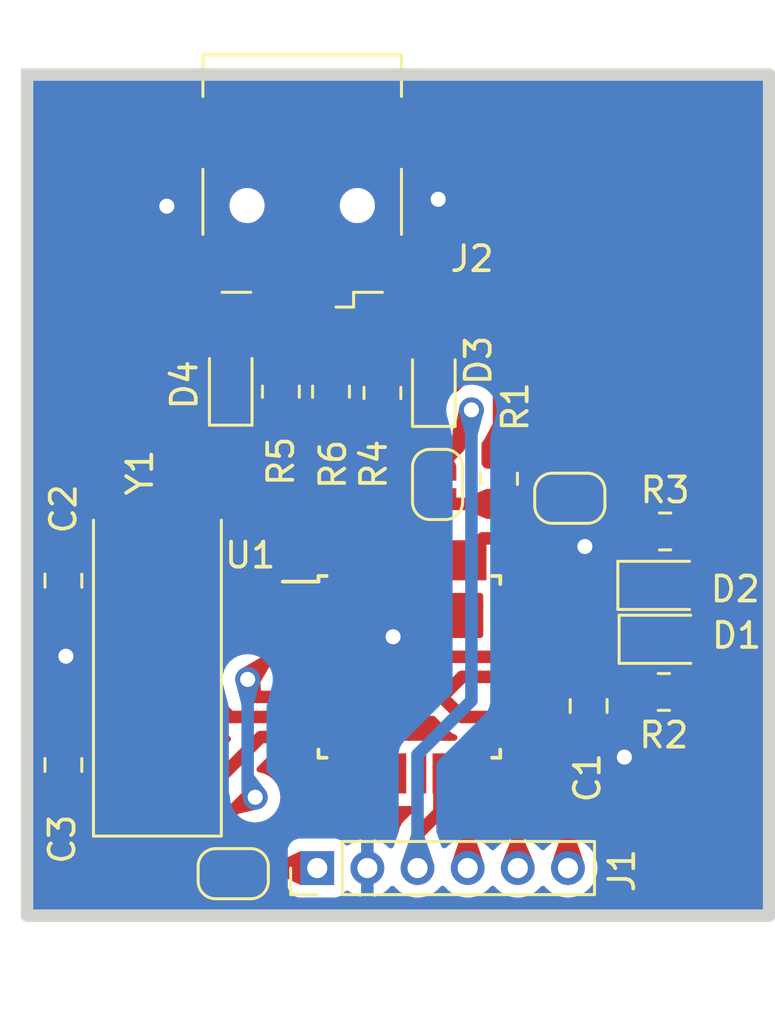
<source format=kicad_pcb>
(kicad_pcb (version 20221018) (generator pcbnew)
  (title_block (title "USBAsp") (date "2023-10-19") (rev "v0") (company "Achmadi ST MT"))
  (layers (0 "F.Cu" signal) (31 "B.Cu" signal) (34 "B.Paste" user) (35 "F.Paste" user) (36 "B.SilkS" user "B.Silkscreen") (37 "F.SilkS" user "F.Silkscreen") (38 "B.Mask" user) (39 "F.Mask" user) (44 "Edge.Cuts" user))
  (net 0 "")
  (net 1 "GND")
  (net 2 "VCC")
  (net 3 "Net-(U1-PB6{slash}XTAL1)")
  (net 4 "Net-(U1-PB7{slash}XTAL2)")
  (net 5 "Net-(D1-K)")
  (net 6 "Net-(D1-A)")
  (net 7 "Net-(D2-K)")
  (net 8 "Net-(D2-A)")
  (net 9 "D-")
  (net 10 "D+")
  (net 11 "+5V")
  (net 12 "RST")
  (net 13 "MOSI")
  (net 14 "MISO")
  (net 15 "SCK")
  (net 16 "Net-(J2-D-)")
  (net 17 "Net-(J2-D+)")
  (net 19 "Net-(JP1-B)")
  (net 20 "Net-(JP2-A)")
  (footprint "Resistor_SMD:R_0805_2012Metric_Pad1.20x1.40mm_HandSolder" (layer "F.Cu") (at 105.5 61.475 -90)
    (fp_text reference "R1" (at -2.875 -0.65 90) (layer "F.SilkS"))
    (fp_text value "10K")
    (fp_line (start -0.227064 -0.735) (end 0.227064 -0.735) (stroke (width 0.12)) (layer "F.SilkS"))
    (fp_line (start -0.227064 0.735) (end 0.227064 0.735) (stroke (width 0.12)) (layer "F.SilkS"))
    (pad "1" smd roundrect (at -1 0 270) (size 1.2 1.4) (layers "F.Cu" "F.Paste" "F.Mask") (roundrect_rratio 0.208333) (net 2 "VCC"))
    (pad "2" smd roundrect (at 1 0 270) (size 1.2 1.4) (layers "F.Cu" "F.Paste" "F.Mask") (roundrect_rratio 0.208333) (net 19 "Net-(JP1-B)"))
  )
  (footprint "Connector_PinHeader_2.00mm:PinHeader_1x06_P2.00mm_Vertical" (layer "F.Cu") (at 98.25 77 90)
    (fp_text reference "J1" (at -0.1 12.15 90) (layer "F.SilkS"))
    (fp_text value "Conn_01x06_Pin")
    (fp_line (start -1.06 -1.06) (end 0 -1.06) (stroke (width 0.12)) (layer "F.SilkS"))
    (fp_line (start -1.06 0) (end -1.06 -1.06) (stroke (width 0.12)) (layer "F.SilkS"))
    (fp_line (start -1.06 1) (end -1.06 11.06) (stroke (width 0.12)) (layer "F.SilkS"))
    (fp_line (start -1.06 1) (end 1.06 1) (stroke (width 0.12)) (layer "F.SilkS"))
    (fp_line (start -1.06 11.06) (end 1.06 11.06) (stroke (width 0.12)) (layer "F.SilkS"))
    (fp_line (start 1.06 1) (end 1.06 11.06) (stroke (width 0.12)) (layer "F.SilkS"))
    (pad "1" thru_hole rect (at 0 0 90) (size 1.35 1.35) (drill 0.8) (layers "*.Cu" "*.Mask") (net 11 "+5V"))
    (pad "2" thru_hole oval (at 0 2 90) (size 1.35 1.35) (drill 0.8) (layers "*.Cu" "*.Mask") (net 1 "GND"))
    (pad "3" thru_hole oval (at 0 4 90) (size 1.35 1.35) (drill 0.8) (layers "*.Cu" "*.Mask") (net 12 "RST"))
    (pad "4" thru_hole oval (at 0 6 90) (size 1.35 1.35) (drill 0.8) (layers "*.Cu" "*.Mask") (net 13 "MOSI"))
    (pad "5" thru_hole oval (at 0 8 90) (size 1.35 1.35) (drill 0.8) (layers "*.Cu" "*.Mask") (net 14 "MISO"))
    (pad "6" thru_hole oval (at 0 10 90) (size 1.35 1.35) (drill 0.8) (layers "*.Cu" "*.Mask") (net 15 "SCK"))
  )
  (footprint "LED_SMD:LED_0805_2012Metric_Pad1.15x1.40mm_HandSolder" (layer "F.Cu") (at 112.15 67.875)
    (fp_text reference "D1" (at 2.825 -0.15) (layer "F.SilkS"))
    (fp_text value "LED")
    (fp_line (start -1.86 -0.96) (end -1.86 0.96) (stroke (width 0.12)) (layer "F.SilkS"))
    (fp_line (start -1.86 0.96) (end 1 0.96) (stroke (width 0.12)) (layer "F.SilkS"))
    (fp_line (start 1 -0.96) (end -1.86 -0.96) (stroke (width 0.12)) (layer "F.SilkS"))
    (pad "1" smd roundrect (at -1.025 0) (size 1.15 1.4) (layers "F.Cu" "F.Paste" "F.Mask") (roundrect_rratio 0.217391) (net 5 "Net-(D1-K)"))
    (pad "2" smd roundrect (at 1.025 0) (size 1.15 1.4) (layers "F.Cu" "F.Paste" "F.Mask") (roundrect_rratio 0.217391) (net 6 "Net-(D1-A)"))
  )
  (footprint "Jumper:SolderJumper-2_P1.3mm_Open_RoundedPad1.0x1.5mm" (layer "F.Cu") (at 103.05 61.7 -90)
    (fp_text reference "JP1" hide)
    (fp_text value "Jumper_2_Open")
    (fp_line (start -1.4 0.3) (end -1.4 -0.3) (stroke (width 0.12)) (layer "F.SilkS"))
    (fp_line (start -0.7 -1) (end 0.7 -1) (stroke (width 0.12)) (layer "F.SilkS"))
    (fp_line (start 0.7 1) (end -0.7 1) (stroke (width 0.12)) (layer "F.SilkS"))
    (fp_line (start 1.4 -0.3) (end 1.4 0.3) (stroke (width 0.12)) (layer "F.SilkS"))
    (fp_arc (start -1.4 -0.3) (mid -1.194975 -0.794975) (end -0.7 -1) (stroke (width 0.12)) (layer "F.SilkS"))
    (fp_arc (start -0.7 1) (mid -1.194975 0.794975) (end -1.4 0.3) (stroke (width 0.12)) (layer "F.SilkS"))
    (fp_arc (start 0.7 -1) (mid 1.194975 -0.794975) (end 1.4 -0.3) (stroke (width 0.12)) (layer "F.SilkS"))
    (fp_arc (start 1.4 0.3) (mid 1.194975 0.794975) (end 0.7 1) (stroke (width 0.12)) (layer "F.SilkS"))
    (pad "1" smd custom (at -0.65 0 270) (size 1 0.5) (layers "F.Cu" "F.Mask") (net 12 "RST") (options (clearance outline) (anchor rect)) (primitives (gr_circle (center 0 0.25) (end 0.5 0.25) (width 0) (fill yes)) (gr_circle (center 0 -0.25) (end 0.5 -0.25) (width 0) (fill yes)) (gr_poly (pts (xy 0.5 0.75) (xy 0 0.75) (xy 0 -0.75) (xy 0.5 -0.75)) (width 0) (fill yes))))
    (pad "2" smd custom (at 0.65 0 270) (size 1 0.5) (layers "F.Cu" "F.Mask") (net 19 "Net-(JP1-B)") (options (clearance outline) (anchor rect)) (primitives (gr_circle (center 0 0.25) (end 0.5 0.25) (width 0) (fill yes)) (gr_circle (center 0 -0.25) (end 0.5 -0.25) (width 0) (fill yes)) (gr_poly (pts (xy 0 0.75) (xy -0.5 0.75) (xy -0.5 -0.75) (xy 0 -0.75)) (width 0) (fill yes))))
  )
  (footprint "Crystal:Crystal_SMD_HC49-SD" (layer "F.Cu") (at 91.875 69.025 90)
    (fp_text reference "Y1" (at 7.8 -0.7 90) (layer "F.SilkS"))
    (fp_text value "12MHz")
    (fp_line (start -6.7 -2.55) (end -6.7 2.55) (stroke (width 0.12)) (layer "F.SilkS"))
    (fp_line (start -6.7 2.55) (end 5.9 2.55) (stroke (width 0.12)) (layer "F.SilkS"))
    (fp_line (start 5.9 -2.55) (end -6.7 -2.55) (stroke (width 0.12)) (layer "F.SilkS"))
    (pad "1" smd rect (at -4.25 0 90) (size 4.5 2) (layers "F.Cu" "F.Paste" "F.Mask") (net 4 "Net-(U1-PB7{slash}XTAL2)"))
    (pad "2" smd rect (at 4.25 0 90) (size 4.5 2) (layers "F.Cu" "F.Paste" "F.Mask") (net 3 "Net-(U1-PB6{slash}XTAL1)"))
  )
  (footprint "Resistor_SMD:R_0805_2012Metric_Pad1.20x1.40mm_HandSolder" (layer "F.Cu") (at 98.8 58 -90)
    (fp_text reference "R6" (at 2.9 -0.075 90) (layer "F.SilkS"))
    (fp_text value "68")
    (fp_line (start -0.227064 -0.735) (end 0.227064 -0.735) (stroke (width 0.12)) (layer "F.SilkS"))
    (fp_line (start -0.227064 0.735) (end 0.227064 0.735) (stroke (width 0.12)) (layer "F.SilkS"))
    (pad "1" smd roundrect (at -1 0 270) (size 1.2 1.4) (layers "F.Cu" "F.Paste" "F.Mask") (roundrect_rratio 0.208333) (net 16 "Net-(J2-D-)"))
    (pad "2" smd roundrect (at 1 0 270) (size 1.2 1.4) (layers "F.Cu" "F.Paste" "F.Mask") (roundrect_rratio 0.208333) (net 9 "D-"))
  )
  (footprint "Resistor_SMD:R_0805_2012Metric_Pad1.20x1.40mm_HandSolder" (layer "F.Cu") (at 100.85 58.05 90)
    (fp_text reference "R4" (at -2.85 -0.35 90) (layer "F.SilkS"))
    (fp_text value "10K")
    (fp_line (start -0.227064 -0.735) (end 0.227064 -0.735) (stroke (width 0.12)) (layer "F.SilkS"))
    (fp_line (start -0.227064 0.735) (end 0.227064 0.735) (stroke (width 0.12)) (layer "F.SilkS"))
    (pad "1" smd roundrect (at -1 0 90) (size 1.2 1.4) (layers "F.Cu" "F.Paste" "F.Mask") (roundrect_rratio 0.208333) (net 9 "D-"))
    (pad "2" smd roundrect (at 1 0 90) (size 1.2 1.4) (layers "F.Cu" "F.Paste" "F.Mask") (roundrect_rratio 0.208333) (net 2 "VCC"))
  )
  (footprint "Resistor_SMD:R_0805_2012Metric_Pad1.20x1.40mm_HandSolder" (layer "F.Cu") (at 96.8 58 -90)
    (fp_text reference "R5" (at 2.775 0 90) (layer "F.SilkS"))
    (fp_text value "68")
    (fp_line (start -0.227064 -0.735) (end 0.227064 -0.735) (stroke (width 0.12)) (layer "F.SilkS"))
    (fp_line (start -0.227064 0.735) (end 0.227064 0.735) (stroke (width 0.12)) (layer "F.SilkS"))
    (pad "1" smd roundrect (at -1 0 270) (size 1.2 1.4) (layers "F.Cu" "F.Paste" "F.Mask") (roundrect_rratio 0.208333) (net 17 "Net-(J2-D+)"))
    (pad "2" smd roundrect (at 1 0 270) (size 1.2 1.4) (layers "F.Cu" "F.Paste" "F.Mask") (roundrect_rratio 0.208333) (net 10 "D+"))
  )
  (footprint "Capacitor_SMD:C_0805_2012Metric_Pad1.18x1.45mm_HandSolder" (layer "F.Cu") (at 109.075 70.5375 90)
    (fp_text reference "C1" (at -2.8625 -0.05 90) (layer "F.SilkS"))
    (fp_text value "100nF")
    (fp_line (start -0.261252 -0.735) (end 0.261252 -0.735) (stroke (width 0.12)) (layer "F.SilkS"))
    (fp_line (start -0.261252 0.735) (end 0.261252 0.735) (stroke (width 0.12)) (layer "F.SilkS"))
    (pad "1" smd roundrect (at -1.0375 0 90) (size 1.175 1.45) (layers "F.Cu" "F.Paste" "F.Mask") (roundrect_rratio 0.212766) (net 1 "GND"))
    (pad "2" smd roundrect (at 1.0375 0 90) (size 1.175 1.45) (layers "F.Cu" "F.Paste" "F.Mask") (roundrect_rratio 0.212766) (net 2 "VCC"))
  )
  (footprint "Resistor_SMD:R_0805_2012Metric_Pad1.20x1.40mm_HandSolder" (layer "F.Cu") (at 112.075 69.975)
    (fp_text reference "R2" (at 0 1.725) (layer "F.SilkS"))
    (fp_text value "1K")
    (fp_line (start -0.227064 -0.735) (end 0.227064 -0.735) (stroke (width 0.12)) (layer "F.SilkS"))
    (fp_line (start -0.227064 0.735) (end 0.227064 0.735) (stroke (width 0.12)) (layer "F.SilkS"))
    (pad "1" smd roundrect (at -1 0) (size 1.2 1.4) (layers "F.Cu" "F.Paste" "F.Mask") (roundrect_rratio 0.208333) (net 2 "VCC"))
    (pad "2" smd roundrect (at 1 0) (size 1.2 1.4) (layers "F.Cu" "F.Paste" "F.Mask") (roundrect_rratio 0.208333) (net 6 "Net-(D1-A)"))
  )
  (footprint "LED_SMD:LED_0805_2012Metric_Pad1.15x1.40mm_HandSolder" (layer "F.Cu") (at 112.1 65.725)
    (fp_text reference "D2" (at 2.825 0.15) (layer "F.SilkS"))
    (fp_text value "LED")
    (fp_line (start -1.86 -0.96) (end -1.86 0.96) (stroke (width 0.12)) (layer "F.SilkS"))
    (fp_line (start -1.86 0.96) (end 1 0.96) (stroke (width 0.12)) (layer "F.SilkS"))
    (fp_line (start 1 -0.96) (end -1.86 -0.96) (stroke (width 0.12)) (layer "F.SilkS"))
    (pad "1" smd roundrect (at -1.025 0) (size 1.15 1.4) (layers "F.Cu" "F.Paste" "F.Mask") (roundrect_rratio 0.217391) (net 7 "Net-(D2-K)"))
    (pad "2" smd roundrect (at 1.025 0) (size 1.15 1.4) (layers "F.Cu" "F.Paste" "F.Mask") (roundrect_rratio 0.217391) (net 8 "Net-(D2-A)"))
  )
  (footprint "Connector_USB:USB_Mini-B_Wuerth_65100516121_Horizontal" (layer "F.Cu") (at 97.65 50.575 180)
    (fp_text reference "J2" (at -6.775 -2.125) (layer "F.SilkS"))
    (fp_text value "USB_B_Mini")
    (fp_line (start -3.96 1.45) (end -3.96 -1.15) (stroke (width 0.12)) (layer "F.SilkS"))
    (fp_line (start -3.96 4.35) (end -3.96 6.01) (stroke (width 0.12)) (layer "F.SilkS"))
    (fp_line (start -3.96 6.01) (end 3.96 6.01) (stroke (width 0.12)) (layer "F.SilkS"))
    (fp_line (start -3.2 -3.46) (end -2.05 -3.46) (stroke (width 0.12)) (layer "F.SilkS"))
    (fp_line (start -2.05 -4.05) (end -1.35 -4.05) (stroke (width 0.12)) (layer "F.SilkS"))
    (fp_line (start -2.05 -3.46) (end -2.05 -4.05) (stroke (width 0.12)) (layer "F.SilkS"))
    (fp_line (start 2.05 -3.46) (end 3.2 -3.46) (stroke (width 0.12)) (layer "F.SilkS"))
    (fp_line (start 3.96 -1.15) (end 3.96 1.45) (stroke (width 0.12)) (layer "F.SilkS"))
    (fp_line (start 3.96 6.01) (end 3.96 4.35) (stroke (width 0.12)) (layer "F.SilkS"))
    (pad "" np_thru_hole circle (at -2.2 0 180) (size 0.9 0.9) (drill 0.9) (layers "*.Cu" "*.Mask"))
    (pad "" np_thru_hole circle (at 2.2 0 180) (size 0.9 0.9) (drill 0.9) (layers "*.Cu" "*.Mask"))
    (pad "1" smd rect (at -1.6 -2.6 180) (size 0.5 2.5) (layers "F.Cu" "F.Paste" "F.Mask") (net 2 "VCC"))
    (pad "2" smd rect (at -0.8 -2.6 180) (size 0.5 2.5) (layers "F.Cu" "F.Paste" "F.Mask") (net 16 "Net-(J2-D-)"))
    (pad "3" smd rect (at 0 -2.6 180) (size 0.5 2.5) (layers "F.Cu" "F.Paste" "F.Mask") (net 17 "Net-(J2-D+)"))
    (pad "4" smd rect (at 0.8 -2.6 180) (size 0.5 2.5) (layers "F.Cu" "F.Paste" "F.Mask"))
    (pad "5" smd rect (at 1.6 -2.6 180) (size 0.5 2.5) (layers "F.Cu" "F.Paste" "F.Mask") (net 1 "GND"))
    (pad "6" smd rect (at -4.4 -2.6 180) (size 2 2.5) (layers "F.Cu" "F.Paste" "F.Mask") (net 1 "GND"))
    (pad "6" smd rect (at -4.4 2.9 180) (size 2 2.5) (layers "F.Cu" "F.Paste" "F.Mask") (net 1 "GND"))
    (pad "6" smd rect (at 4.4 -2.6 180) (size 2 2.5) (layers "F.Cu" "F.Paste" "F.Mask") (net 1 "GND"))
    (pad "6" smd rect (at 4.4 2.9 180) (size 2 2.5) (layers "F.Cu" "F.Paste" "F.Mask") (net 1 "GND"))
  )
  (footprint "Diode_SMD:D_SOD-323" (layer "F.Cu") (at 102.9 57.775 90)
    (fp_text reference "D3" (at 1.025 1.775 90) (layer "F.SilkS"))
    (fp_text value "3v6")
    (fp_line (start -1.61 -0.85) (end -1.61 0.85) (stroke (width 0.12)) (layer "F.SilkS"))
    (fp_line (start -1.61 -0.85) (end 1.05 -0.85) (stroke (width 0.12)) (layer "F.SilkS"))
    (fp_line (start -1.61 0.85) (end 1.05 0.85) (stroke (width 0.12)) (layer "F.SilkS"))
    (pad "1" smd roundrect (at -1.05 0 90) (size 0.6 0.45) (layers "F.Cu" "F.Paste" "F.Mask") (net 9 "D-"))
    (pad "2" smd roundrect (at 1.05 0 90) (size 0.6 0.45) (layers "F.Cu" "F.Paste" "F.Mask") (net 1 "GND"))
  )
  (footprint "Package_QFP:TQFP-32_7x7mm_P0.8mm" (layer "F.Cu") (at 101.925 68.975)
    (fp_text reference "U1" (at -6.35 -4.45) (layer "F.SilkS"))
    (fp_text value "ATmega8A-A")
    (fp_line (start -3.625 -3.625) (end -3.625 -3.4) (stroke (width 0.15)) (layer "F.SilkS"))
    (fp_line (start -3.625 -3.625) (end -3.3 -3.625) (stroke (width 0.15)) (layer "F.SilkS"))
    (fp_line (start -3.625 -3.4) (end -5.05 -3.4) (stroke (width 0.15)) (layer "F.SilkS"))
    (fp_line (start -3.625 3.625) (end -3.625 3.3) (stroke (width 0.15)) (layer "F.SilkS"))
    (fp_line (start -3.625 3.625) (end -3.3 3.625) (stroke (width 0.15)) (layer "F.SilkS"))
    (fp_line (start 3.625 -3.625) (end 3.3 -3.625) (stroke (width 0.15)) (layer "F.SilkS"))
    (fp_line (start 3.625 -3.625) (end 3.625 -3.3) (stroke (width 0.15)) (layer "F.SilkS"))
    (fp_line (start 3.625 3.625) (end 3.3 3.625) (stroke (width 0.15)) (layer "F.SilkS"))
    (fp_line (start 3.625 3.625) (end 3.625 3.3) (stroke (width 0.15)) (layer "F.SilkS"))
    (pad "1" smd rect (at -4.25 -2.8) (size 1.6 0.55) (layers "F.Cu" "F.Paste" "F.Mask"))
    (pad "2" smd rect (at -4.25 -2) (size 1.6 0.55) (layers "F.Cu" "F.Paste" "F.Mask"))
    (pad "3" smd rect (at -4.25 -1.2) (size 1.6 0.55) (layers "F.Cu" "F.Paste" "F.Mask") (net 1 "GND"))
    (pad "4" smd rect (at -4.25 -0.4) (size 1.6 0.55) (layers "F.Cu" "F.Paste" "F.Mask") (net 2 "VCC"))
    (pad "5" smd rect (at -4.25 0.4) (size 1.6 0.55) (layers "F.Cu" "F.Paste" "F.Mask") (net 1 "GND"))
    (pad "6" smd rect (at -4.25 1.2) (size 1.6 0.55) (layers "F.Cu" "F.Paste" "F.Mask") (net 2 "VCC"))
    (pad "7" smd rect (at -4.25 2) (size 1.6 0.55) (layers "F.Cu" "F.Paste" "F.Mask") (net 3 "Net-(U1-PB6{slash}XTAL1)"))
    (pad "8" smd rect (at -4.25 2.8) (size 1.6 0.55) (layers "F.Cu" "F.Paste" "F.Mask") (net 4 "Net-(U1-PB7{slash}XTAL2)"))
    (pad "9" smd rect (at -2.8 4.25 90) (size 1.6 0.55) (layers "F.Cu" "F.Paste" "F.Mask"))
    (pad "10" smd rect (at -2 4.25 90) (size 1.6 0.55) (layers "F.Cu" "F.Paste" "F.Mask"))
    (pad "11" smd rect (at -1.2 4.25 90) (size 1.6 0.55) (layers "F.Cu" "F.Paste" "F.Mask"))
    (pad "12" smd rect (at -0.4 4.25 90) (size 1.6 0.55) (layers "F.Cu" "F.Paste" "F.Mask"))
    (pad "13" smd rect (at 0.4 4.25 90) (size 1.6 0.55) (layers "F.Cu" "F.Paste" "F.Mask"))
    (pad "14" smd rect (at 1.2 4.25 90) (size 1.6 0.55) (layers "F.Cu" "F.Paste" "F.Mask") (net 12 "RST"))
    (pad "15" smd rect (at 2 4.25 90) (size 1.6 0.55) (layers "F.Cu" "F.Paste" "F.Mask") (net 13 "MOSI"))
    (pad "16" smd rect (at 2.8 4.25 90) (size 1.6 0.55) (layers "F.Cu" "F.Paste" "F.Mask") (net 14 "MISO"))
    (pad "17" smd rect (at 4.25 2.8) (size 1.6 0.55) (layers "F.Cu" "F.Paste" "F.Mask") (net 15 "SCK"))
    (pad "18" smd rect (at 4.25 2) (size 1.6 0.55) (layers "F.Cu" "F.Paste" "F.Mask") (net 2 "VCC"))
    (pad "19" smd rect (at 4.25 1.2) (size 1.6 0.55) (layers "F.Cu" "F.Paste" "F.Mask"))
    (pad "20" smd rect (at 4.25 0.4) (size 1.6 0.55) (layers "F.Cu" "F.Paste" "F.Mask") (net 2 "VCC"))
    (pad "21" smd rect (at 4.25 -0.4) (size 1.6 0.55) (layers "F.Cu" "F.Paste" "F.Mask") (net 1 "GND"))
    (pad "22" smd rect (at 4.25 -1.2) (size 1.6 0.55) (layers "F.Cu" "F.Paste" "F.Mask"))
    (pad "23" smd rect (at 4.25 -2) (size 1.6 0.55) (layers "F.Cu" "F.Paste" "F.Mask") (net 5 "Net-(D1-K)"))
    (pad "24" smd rect (at 4.25 -2.8) (size 1.6 0.55) (layers "F.Cu" "F.Paste" "F.Mask") (net 7 "Net-(D2-K)"))
    (pad "25" smd rect (at 2.8 -4.25 90) (size 1.6 0.55) (layers "F.Cu" "F.Paste" "F.Mask") (net 20 "Net-(JP2-A)"))
    (pad "26" smd rect (at 2 -4.25 90) (size 1.6 0.55) (layers "F.Cu" "F.Paste" "F.Mask"))
    (pad "27" smd rect (at 1.2 -4.25 90) (size 1.6 0.55) (layers "F.Cu" "F.Paste" "F.Mask"))
    (pad "28" smd rect (at 0.4 -4.25 90) (size 1.6 0.55) (layers "F.Cu" "F.Paste" "F.Mask"))
    (pad "29" smd rect (at -0.4 -4.25 90) (size 1.6 0.55) (layers "F.Cu" "F.Paste" "F.Mask") (net 19 "Net-(JP1-B)"))
    (pad "30" smd rect (at -1.2 -4.25 90) (size 1.6 0.55) (layers "F.Cu" "F.Paste" "F.Mask") (net 9 "D-"))
    (pad "31" smd rect (at -2 -4.25 90) (size 1.6 0.55) (layers "F.Cu" "F.Paste" "F.Mask") (net 10 "D+"))
    (pad "32" smd rect (at -2.8 -4.25 90) (size 1.6 0.55) (layers "F.Cu" "F.Paste" "F.Mask") (net 10 "D+"))
  )
  (footprint "Capacitor_SMD:C_0805_2012Metric_Pad1.18x1.45mm_HandSolder" (layer "F.Cu") (at 88.125 72.8875 -90)
    (fp_text reference "C3" (at 2.9625 0.05 90) (layer "F.SilkS"))
    (fp_text value "22pF")
    (fp_line (start -0.261252 -0.735) (end 0.261252 -0.735) (stroke (width 0.12)) (layer "F.SilkS"))
    (fp_line (start -0.261252 0.735) (end 0.261252 0.735) (stroke (width 0.12)) (layer "F.SilkS"))
    (pad "1" smd roundrect (at -1.0375 0 270) (size 1.175 1.45) (layers "F.Cu" "F.Paste" "F.Mask") (roundrect_rratio 0.212766) (net 1 "GND"))
    (pad "2" smd roundrect (at 1.0375 0 270) (size 1.175 1.45) (layers "F.Cu" "F.Paste" "F.Mask") (roundrect_rratio 0.212766) (net 4 "Net-(U1-PB7{slash}XTAL2)"))
  )
  (footprint "Resistor_SMD:R_0805_2012Metric_Pad1.20x1.40mm_HandSolder" (layer "F.Cu") (at 112.125 63.575)
    (fp_text reference "R3" (at 0 -1.65) (layer "F.SilkS"))
    (fp_text value "1K")
    (fp_line (start -0.227064 -0.735) (end 0.227064 -0.735) (stroke (width 0.12)) (layer "F.SilkS"))
    (fp_line (start -0.227064 0.735) (end 0.227064 0.735) (stroke (width 0.12)) (layer "F.SilkS"))
    (pad "1" smd roundrect (at -1 0) (size 1.2 1.4) (layers "F.Cu" "F.Paste" "F.Mask") (roundrect_rratio 0.208333) (net 2 "VCC"))
    (pad "2" smd roundrect (at 1 0) (size 1.2 1.4) (layers "F.Cu" "F.Paste" "F.Mask") (roundrect_rratio 0.208333) (net 8 "Net-(D2-A)"))
  )
  (footprint "Jumper:SolderJumper-2_P1.3mm_Open_RoundedPad1.0x1.5mm" (layer "F.Cu") (at 108.325 62.25)
    (fp_text reference "JP2" hide)
    (fp_text value "Jumper_2_Open")
    (fp_line (start -1.4 0.3) (end -1.4 -0.3) (stroke (width 0.12)) (layer "F.SilkS"))
    (fp_line (start -0.7 -1) (end 0.7 -1) (stroke (width 0.12)) (layer "F.SilkS"))
    (fp_line (start 0.7 1) (end -0.7 1) (stroke (width 0.12)) (layer "F.SilkS"))
    (fp_line (start 1.4 -0.3) (end 1.4 0.3) (stroke (width 0.12)) (layer "F.SilkS"))
    (fp_arc (start -1.4 -0.3) (mid -1.194975 -0.794975) (end -0.7 -1) (stroke (width 0.12)) (layer "F.SilkS"))
    (fp_arc (start -0.7 1) (mid -1.194975 0.794975) (end -1.4 0.3) (stroke (width 0.12)) (layer "F.SilkS"))
    (fp_arc (start 0.7 -1) (mid 1.194975 -0.794975) (end 1.4 -0.3) (stroke (width 0.12)) (layer "F.SilkS"))
    (fp_arc (start 1.4 0.3) (mid 1.194975 0.794975) (end 0.7 1) (stroke (width 0.12)) (layer "F.SilkS"))
    (pad "1" smd custom (at -0.65 0) (size 1 0.5) (layers "F.Cu" "F.Mask") (net 20 "Net-(JP2-A)") (options (clearance outline) (anchor rect)) (primitives (gr_circle (center 0 0.25) (end 0.5 0.25) (width 0) (fill yes)) (gr_circle (center 0 -0.25) (end 0.5 -0.25) (width 0) (fill yes)) (gr_poly (pts (xy 0.5 0.75) (xy 0 0.75) (xy 0 -0.75) (xy 0.5 -0.75)) (width 0) (fill yes))))
    (pad "2" smd custom (at 0.65 0) (size 1 0.5) (layers "F.Cu" "F.Mask") (net 1 "GND") (options (clearance outline) (anchor rect)) (primitives (gr_circle (center 0 0.25) (end 0.5 0.25) (width 0) (fill yes)) (gr_circle (center 0 -0.25) (end 0.5 -0.25) (width 0) (fill yes)) (gr_poly (pts (xy 0 0.75) (xy -0.5 0.75) (xy -0.5 -0.75) (xy 0 -0.75)) (width 0) (fill yes))))
  )
  (footprint "Jumper:SolderJumper-2_P1.3mm_Open_RoundedPad1.0x1.5mm" (layer "F.Cu") (at 94.9 77.225)
    (fp_text reference "JP3" hide)
    (fp_text value "Jumper_2_Open")
    (fp_line (start -1.4 0.3) (end -1.4 -0.3) (stroke (width 0.12)) (layer "F.SilkS"))
    (fp_line (start -0.7 -1) (end 0.7 -1) (stroke (width 0.12)) (layer "F.SilkS"))
    (fp_line (start 0.7 1) (end -0.7 1) (stroke (width 0.12)) (layer "F.SilkS"))
    (fp_line (start 1.4 -0.3) (end 1.4 0.3) (stroke (width 0.12)) (layer "F.SilkS"))
    (fp_arc (start -1.4 -0.3) (mid -1.194975 -0.794975) (end -0.7 -1) (stroke (width 0.12)) (layer "F.SilkS"))
    (fp_arc (start -0.7 1) (mid -1.194975 0.794975) (end -1.4 0.3) (stroke (width 0.12)) (layer "F.SilkS"))
    (fp_arc (start 0.7 -1) (mid 1.194975 -0.794975) (end 1.4 -0.3) (stroke (width 0.12)) (layer "F.SilkS"))
    (fp_arc (start 1.4 0.3) (mid 1.194975 0.794975) (end 0.7 1) (stroke (width 0.12)) (layer "F.SilkS"))
    (pad "1" smd custom (at -0.65 0) (size 1 0.5) (layers "F.Cu" "F.Mask") (net 2 "VCC") (options (clearance outline) (anchor rect)) (primitives (gr_circle (center 0 0.25) (end 0.5 0.25) (width 0) (fill yes)) (gr_circle (center 0 -0.25) (end 0.5 -0.25) (width 0) (fill yes)) (gr_poly (pts (xy 0.5 0.75) (xy 0 0.75) (xy 0 -0.75) (xy 0.5 -0.75)) (width 0) (fill yes))))
    (pad "2" smd custom (at 0.65 0) (size 1 0.5) (layers "F.Cu" "F.Mask") (net 11 "+5V") (options (clearance outline) (anchor rect)) (primitives (gr_circle (center 0 0.25) (end 0.5 0.25) (width 0) (fill yes)) (gr_circle (center 0 -0.25) (end 0.5 -0.25) (width 0) (fill yes)) (gr_poly (pts (xy 0 0.75) (xy -0.5 0.75) (xy -0.5 -0.75) (xy 0 -0.75)) (width 0) (fill yes))))
  )
  (footprint "Capacitor_SMD:C_0805_2012Metric_Pad1.18x1.45mm_HandSolder" (layer "F.Cu") (at 88.125 65.5375 90)
    (fp_text reference "C2" (at 2.8625 0 90) (layer "F.SilkS"))
    (fp_text value "22pF")
    (fp_line (start -0.261252 -0.735) (end 0.261252 -0.735) (stroke (width 0.12)) (layer "F.SilkS"))
    (fp_line (start -0.261252 0.735) (end 0.261252 0.735) (stroke (width 0.12)) (layer "F.SilkS"))
    (pad "1" smd roundrect (at -1.0375 0 90) (size 1.175 1.45) (layers "F.Cu" "F.Paste" "F.Mask") (roundrect_rratio 0.212766) (net 1 "GND"))
    (pad "2" smd roundrect (at 1.0375 0 90) (size 1.175 1.45) (layers "F.Cu" "F.Paste" "F.Mask") (roundrect_rratio 0.212766) (net 3 "Net-(U1-PB6{slash}XTAL1)"))
  )
  (footprint "Diode_SMD:D_SOD-323" (layer "F.Cu") (at 94.8 57.725 90)
    (fp_text reference "D4" (at 0 -1.85 90) (layer "F.SilkS"))
    (fp_text value "3v6")
    (fp_line (start -1.61 -0.85) (end -1.61 0.85) (stroke (width 0.12)) (layer "F.SilkS"))
    (fp_line (start -1.61 -0.85) (end 1.05 -0.85) (stroke (width 0.12)) (layer "F.SilkS"))
    (fp_line (start -1.61 0.85) (end 1.05 0.85) (stroke (width 0.12)) (layer "F.SilkS"))
    (pad "1" smd roundrect (at -1.05 0 90) (size 0.6 0.45) (layers "F.Cu" "F.Paste" "F.Mask") (net 10 "D+"))
    (pad "2" smd roundrect (at 1.05 0 90) (size 0.6 0.45) (layers "F.Cu" "F.Paste" "F.Mask") (net 1 "GND"))
  )
  (gr_rect (start 86.675 45.35) (end 116.275 78.9) (stroke (width 0.5)) (fill none) (layer "Edge.Cuts"))
  (segment (start 96.05 55.425) (end 94.8 56.675) (width 0.5) (layer "F.Cu") (net 1))
  (segment (start 88.125 68.45) (end 88.225 68.55) (width 0.7) (layer "F.Cu") (net 1))
  (segment (start 108.975 64.125) (end 108.925 64.175) (width 0.5) (layer "F.Cu") (net 1))
  (segment (start 103.2 68.575) (end 102.4 67.775) (width 0.5) (layer "F.Cu") (net 1))
  (segment (start 108.975 62.25) (end 108.975 64.125) (width 0.5) (layer "F.Cu") (net 1))
  (segment (start 93.25 50.575) (end 92.275 50.575) (width 0.7) (layer "F.Cu") (net 1))
  (segment (start 97.675 69.375) (end 102.4 69.375) (width 0.5) (layer "F.Cu") (net 1))
  (segment (start 102.9 54.7) (end 102.9 56.725) (width 0.7) (layer "F.Cu") (net 1))
  (segment (start 102.4 69.375) (end 103.2 68.575) (width 0.5) (layer "F.Cu") (net 1))
  (segment (start 93.25 47.675) (end 93.25 50.575) (width 0.7) (layer "F.Cu") (net 1))
  (segment (start 102.05 53.85) (end 102.9 54.7) (width 0.7) (layer "F.Cu") (net 1))
  (segment (start 93.25 50.575) (end 93.25 53.175) (width 0.7) (layer "F.Cu") (net 1))
  (segment (start 96.05 53.175) (end 96.05 55.425) (width 0.5) (layer "F.Cu") (net 1))
  (segment (start 97.675 67.775) (end 101.275 67.775) (width 0.5) (layer "F.Cu") (net 1))
  (segment (start 88.125 68.65) (end 88.225 68.55) (width 0.7) (layer "F.Cu") (net 1))
  (segment (start 93.25 56.075) (end 93.85 56.675) (width 0.7) (layer "F.Cu") (net 1))
  (segment (start 103.2 68.575) (end 106.175 68.575) (width 0.5) (layer "F.Cu") (net 1))
  (segment (start 102.4 67.775) (end 101.275 67.775) (width 0.5) (layer "F.Cu") (net 1))
  (segment (start 109.5 71.575) (end 110.5 72.575) (width 0.5) (layer "F.Cu") (net 1))
  (segment (start 93.85 56.675) (end 94.8 56.675) (width 0.7) (layer "F.Cu") (net 1))
  (segment (start 102.05 53.175) (end 102.05 53.85) (width 0.7) (layer "F.Cu") (net 1))
  (segment (start 102.05 50.3) (end 103.05 50.3) (width 0.7) (layer "F.Cu") (net 1))
  (segment (start 102.05 47.675) (end 102.05 50.3) (width 0.7) (layer "F.Cu") (net 1))
  (segment (start 103.05 50.3) (end 103.075 50.325) (width 0.7) (layer "F.Cu") (net 1))
  (segment (start 109.075 71.575) (end 109.5 71.575) (width 0.5) (layer "F.Cu") (net 1))
  (segment (start 93.25 53.175) (end 93.25 56.075) (width 0.7) (layer "F.Cu") (net 1))
  (segment (start 88.125 71.85) (end 88.125 68.65) (width 0.7) (layer "F.Cu") (net 1))
  (segment (start 88.125 66.575) (end 88.125 68.45) (width 0.7) (layer "F.Cu") (net 1))
  (segment (start 102.05 50.3) (end 102.05 53.175) (width 0.7) (layer "F.Cu") (net 1))
  (segment (start 92.275 50.575) (end 92.25 50.6) (width 0.7) (layer "F.Cu") (net 1))
  (via (at 88.225 68.55) (size 1) (drill 0.6) (layers "F.Cu" "B.Cu") (net 1))
  (via (at 103.075 50.325) (size 1) (drill 0.6) (layers "F.Cu" "B.Cu") (net 1))
  (via (at 108.925 64.175) (size 1) (drill 0.6) (layers "F.Cu" "B.Cu") (net 1))
  (via (at 110.5 72.575) (size 1) (drill 0.6) (layers "F.Cu" "B.Cu") (net 1))
  (via (at 101.275 67.775) (size 1) (drill 0.6) (layers "F.Cu" "B.Cu") (net 1))
  (via (at 92.25 50.6) (size 1) (drill 0.6) (layers "F.Cu" "B.Cu") (net 1))
  (segment (start 109.55 69.975) (end 109.075 69.5) (width 0.5) (layer "F.Cu") (net 2))
  (segment (start 111.075 70.95) (end 111.075 69.975) (width 0.7) (layer "F.Cu") (net 2))
  (segment (start 111.075 69.975) (end 109.55 69.975) (width 0.5) (layer "F.Cu") (net 2))
  (segment (start 95.3 69.65) (end 95.475 69.475) (width 0.5) (layer "F.Cu") (net 2))
  (segment (start 94.25 77.225) (end 94.25 75.35) (width 0.5) (layer "F.Cu") (net 2))
  (segment (start 99.25 55.05) (end 100.85 56.65) (width 0.5) (layer "F.Cu") (net 2))
  (segment (start 94.25 75.35) (end 94.575 75.025) (width 0.5) (layer "F.Cu") (net 2))
  (segment (start 101.5 57.05) (end 102.225 57.775) (width 0.5) (layer "F.Cu") (net 2))
  (segment (start 97.675 70.175) (end 103.225 70.175) (width 0.5) (layer "F.Cu") (net 2))
  (segment (start 108.95 69.375) (end 109.075 69.5) (width 0.5) (layer "F.Cu") (net 2))
  (segment (start 100.85 56.65) (end 100.85 57.05) (width 0.5) (layer "F.Cu") (net 2))
  (segment (start 104.025 70.975) (end 103.225 70.175) (width 0.5) (layer "F.Cu") (net 2))
  (segment (start 104.025 69.375) (end 106.175 69.375) (width 0.5) (layer "F.Cu") (net 2))
  (segment (start 111.125 61.925) (end 109.675 60.475) (width 0.5) (layer "F.Cu") (net 2))
  (segment (start 106.175 70.975) (end 104.025 70.975) (width 0.5) (layer "F.Cu") (net 2))
  (segment (start 109.325 60.475) (end 113.4 60.475) (width 0.7) (layer "F.Cu") (net 2))
  (segment (start 97.675 70.175) (end 95.825 70.175) (width 0.5) (layer "F.Cu") (net 2))
  (segment (start 94.575 75.025) (end 95.425 74.175) (width 0.5) (layer "F.Cu") (net 2))
  (segment (start 103.225 70.175) (end 104.025 69.375) (width 0.5) (layer "F.Cu") (net 2))
  (segment (start 95.3 69.65) (end 96.375 68.575) (width 0.5) (layer "F.Cu") (net 2))
  (segment (start 113.4 60.475) (end 115.05 62.125) (width 0.7) (layer "F.Cu") (net 2))
  (segment (start 109.325 60.475) (end 105.5 60.475) (width 0.5) (layer "F.Cu") (net 2))
  (segment (start 103.725 57.775) (end 104.075 57.425) (width 0.5) (layer "F.Cu") (net 2))
  (segment (start 113.925 72) (end 112.125 72) (width 0.7) (layer "F.Cu") (net 2))
  (segment (start 106.175 69.375) (end 108.95 69.375) (width 0.5) (layer "F.Cu") (net 2))
  (segment (start 115.05 70.875) (end 113.925 72) (width 0.7) (layer "F.Cu") (net 2))
  (segment (start 102.225 57.775) (end 103.725 57.775) (width 0.5) (layer "F.Cu") (net 2))
  (segment (start 104.075 57.425) (end 104.9 57.425) (width 0.5) (layer "F.Cu") (net 2))
  (segment (start 112.125 72) (end 111.075 70.95) (width 0.7) (layer "F.Cu") (net 2))
  (segment (start 100.85 57.05) (end 101.5 57.05) (width 0.5) (layer "F.Cu") (net 2))
  (segment (start 115.05 62.125) (end 115.05 70.875) (width 0.7) (layer "F.Cu") (net 2))
  (segment (start 95.425 74.175) (end 95.775 74.175) (width 0.5) (layer "F.Cu") (net 2))
  (segment (start 99.25 53.175) (end 99.25 55.05) (width 0.5) (layer "F.Cu") (net 2))
  (segment (start 96.375 68.575) (end 97.675 68.575) (width 0.5) (layer "F.Cu") (net 2))
  (segment (start 111.125 63.575) (end 111.125 61.925) (width 0.5) (layer "F.Cu") (net 2))
  (segment (start 105.5 58.025) (end 105.5 60.475) (width 0.5) (layer "F.Cu") (net 2))
  (segment (start 109.675 60.475) (end 109.325 60.475) (width 0.5) (layer "F.Cu") (net 2))
  (segment (start 95.825 70.175) (end 95.3 69.65) (width 0.5) (layer "F.Cu") (net 2))
  (segment (start 104.9 57.425) (end 105.5 58.025) (width 0.5) (layer "F.Cu") (net 2))
  (via (at 95.775 74.175) (size 1) (drill 0.6) (layers "F.Cu" "B.Cu") (net 2))
  (via (at 95.475 69.475) (size 1) (drill 0.6) (layers "F.Cu" "B.Cu") (net 2))
  (segment (start 95.475 73.875) (end 95.775 74.175) (width 0.5) (layer "B.Cu") (net 2))
  (segment (start 95.475 69.475) (end 95.475 73.875) (width 0.5) (layer "B.Cu") (net 2))
  (segment (start 94.775 70.975) (end 94.2 70.4) (width 0.5) (layer "F.Cu") (net 3))
  (segment (start 93.375 64.775) (end 91.875 64.775) (width 0.5) (layer "F.Cu") (net 3))
  (segment (start 97.675 70.975) (end 94.775 70.975) (width 0.5) (layer "F.Cu") (net 3))
  (segment (start 91.6 64.5) (end 91.875 64.775) (width 0.7) (layer "F.Cu") (net 3))
  (segment (start 94.2 70.4) (end 94.2 65.6) (width 0.5) (layer "F.Cu") (net 3))
  (segment (start 94.2 65.6) (end 93.375 64.775) (width 0.5) (layer "F.Cu") (net 3))
  (segment (start 88.125 64.5) (end 91.6 64.5) (width 0.7) (layer "F.Cu") (net 3))
  (segment (start 97.675 71.775) (end 96 71.775) (width 0.5) (layer "F.Cu") (net 4))
  (segment (start 88.125 73.925) (end 91.225 73.925) (width 0.7) (layer "F.Cu") (net 4))
  (segment (start 91.225 73.925) (end 91.875 73.275) (width 0.7) (layer "F.Cu") (net 4))
  (segment (start 94.5 73.275) (end 91.875 73.275) (width 0.5) (layer "F.Cu") (net 4))
  (segment (start 96 71.775) (end 94.5 73.275) (width 0.5) (layer "F.Cu") (net 4))
  (segment (start 108.725 66.975) (end 109.625 67.875) (width 0.5) (layer "F.Cu") (net 5))
  (segment (start 106.175 66.975) (end 108.725 66.975) (width 0.5) (layer "F.Cu") (net 5))
  (segment (start 109.625 67.875) (end 111.125 67.875) (width 0.5) (layer "F.Cu") (net 5))
  (segment (start 113.175 67.875) (end 113.175 69.875) (width 0.5) (layer "F.Cu") (net 6))
  (segment (start 113.175 69.875) (end 113.075 69.975) (width 0.5) (layer "F.Cu") (net 6))
  (segment (start 109.5 65.725) (end 111.075 65.725) (width 0.5) (layer "F.Cu") (net 7))
  (segment (start 106.175 66.175) (end 109.05 66.175) (width 0.5) (layer "F.Cu") (net 7))
  (segment (start 109.05 66.175) (end 109.5 65.725) (width 0.5) (layer "F.Cu") (net 7))
  (segment (start 113.125 63.575) (end 113.125 65.725) (width 0.5) (layer "F.Cu") (net 8))
  (segment (start 100.725 59.175) (end 100.85 59.05) (width 0.5) (layer "F.Cu") (net 9))
  (segment (start 102.9 58.825) (end 101.075 58.825) (width 0.5) (layer "F.Cu") (net 9))
  (segment (start 98.8 59) (end 100.8 59) (width 0.5) (layer "F.Cu") (net 9))
  (segment (start 101.075 58.825) (end 100.85 59.05) (width 0.5) (layer "F.Cu") (net 9))
  (segment (start 100.8 59) (end 100.85 59.05) (width 0.5) (layer "F.Cu") (net 9))
  (segment (start 100.725 64.725) (end 100.725 59.175) (width 0.5) (layer "F.Cu") (net 9))
  (segment (start 99.125 64.725) (end 99.125 62.725) (width 0.5) (layer "F.Cu") (net 10))
  (segment (start 96.8 61.6) (end 96.8 59) (width 0.5) (layer "F.Cu") (net 10))
  (segment (start 94.8 58.775) (end 96.575 58.775) (width 0.5) (layer "F.Cu") (net 10))
  (segment (start 96.575 58.775) (end 96.8 59) (width 0.5) (layer "F.Cu") (net 10))
  (segment (start 97.55 62.35) (end 96.8 61.6) (width 0.5) (layer "F.Cu") (net 10))
  (segment (start 98.75 62.35) (end 97.55 62.35) (width 0.5) (layer "F.Cu") (net 10))
  (segment (start 99.075 62.35) (end 98.75 62.35) (width 0.5) (layer "F.Cu") (net 10))
  (segment (start 99.125 62.725) (end 98.75 62.35) (width 0.5) (layer "F.Cu") (net 10))
  (segment (start 99.925 63.2) (end 99.075 62.35) (width 0.5) (layer "F.Cu") (net 10))
  (segment (start 99.925 64.725) (end 99.925 63.2) (width 0.5) (layer "F.Cu") (net 10))
  (segment (start 98.25 77) (end 95.775 77) (width 0.7) (layer "F.Cu") (net 11))
  (segment (start 95.775 77) (end 95.55 77.225) (width 0.7) (layer "F.Cu") (net 11))
  (segment (start 102.25 75.65) (end 102.25 77) (width 0.5) (layer "F.Cu") (net 12))
  (segment (start 104.4 59.1) (end 103.9 59.6) (width 0.5) (layer "F.Cu") (net 12))
  (segment (start 103.125 73.225) (end 103.125 74.775) (width 0.5) (layer "F.Cu") (net 12))
  (segment (start 103.9 60.2) (end 103.05 61.05) (width 0.5) (layer "F.Cu") (net 12))
  (segment (start 103.125 74.775) (end 102.25 75.65) (width 0.5) (layer "F.Cu") (net 12))
  (segment (start 103.9 59.6) (end 103.9 60.2) (width 0.5) (layer "F.Cu") (net 12))
  (segment (start 104.4 58.725) (end 104.4 59.1) (width 0.5) (layer "F.Cu") (net 12))
  (via (at 104.4 58.725) (size 1) (drill 0.6) (layers "F.Cu" "B.Cu") (net 12))
  (segment (start 102.25 72.475) (end 102.25 77) (width 0.5) (layer "B.Cu") (net 12))
  (segment (start 104.4 58.725) (end 104.4 70.325) (width 0.5) (layer "B.Cu") (net 12))
  (segment (start 104.4 70.325) (end 102.25 72.475) (width 0.5) (layer "B.Cu") (net 12))
  (segment (start 103.925 74.725) (end 104.25 75.05) (width 0.5) (layer "F.Cu") (net 13))
  (segment (start 104.25 75.05) (end 104.25 77) (width 0.5) (layer "F.Cu") (net 13))
  (segment (start 103.925 73.225) (end 103.925 74.725) (width 0.5) (layer "F.Cu") (net 13))
  (segment (start 104.725 74.25) (end 106.25 75.775) (width 0.5) (layer "F.Cu") (net 14))
  (segment (start 106.25 75.775) (end 106.25 77) (width 0.5) (layer "F.Cu") (net 14))
  (segment (start 104.725 73.225) (end 104.725 74.25) (width 0.5) (layer "F.Cu") (net 14))
  (segment (start 107.425 71.775) (end 107.475 71.825) (width 0.5) (layer "F.Cu") (net 15))
  (segment (start 107.475 71.825) (end 107.475 74.85) (width 0.5) (layer "F.Cu") (net 15))
  (segment (start 106.175 71.775) (end 107.425 71.775) (width 0.5) (layer "F.Cu") (net 15))
  (segment (start 108.25 75.625) (end 108.25 77) (width 0.5) (layer "F.Cu") (net 15))
  (segment (start 107.475 74.85) (end 108.25 75.625) (width 0.5) (layer "F.Cu") (net 15))
  (segment (start 98.45 56.65) (end 98.8 57) (width 0.5) (layer "F.Cu") (net 16))
  (segment (start 98.45 53.175) (end 98.45 56.65) (width 0.5) (layer "F.Cu") (net 16))
  (segment (start 97.65 53.175) (end 97.65 56.15) (width 0.5) (layer "F.Cu") (net 17))
  (segment (start 97.65 56.15) (end 96.8 57) (width 0.5) (layer "F.Cu") (net 17))
  (segment (start 101.525 62.775) (end 101.95 62.35) (width 0.5) (layer "F.Cu") (net 19))
  (segment (start 101.95 62.35) (end 103.05 62.35) (width 0.5) (layer "F.Cu") (net 19))
  (segment (start 103.175 62.475) (end 103.05 62.35) (width 0.5) (layer "F.Cu") (net 19))
  (segment (start 101.525 64.725) (end 101.525 62.775) (width 0.5) (layer "F.Cu") (net 19))
  (segment (start 105.5 62.475) (end 103.175 62.475) (width 0.5) (layer "F.Cu") (net 19))
  (segment (start 107.175 63.85) (end 107.675 63.35) (width 0.5) (layer "F.Cu") (net 20))
  (segment (start 104.725 63.975) (end 104.85 63.85) (width 0.5) (layer "F.Cu") (net 20))
  (segment (start 107.675 63.35) (end 107.675 62.25) (width 0.5) (layer "F.Cu") (net 20))
  (segment (start 104.85 63.85) (end 107.175 63.85) (width 0.5) (layer "F.Cu") (net 20))
  (segment (start 104.725 64.725) (end 104.725 63.975) (width 0.5) (layer "F.Cu") (net 20))
  (zone (net 0) (net_name "") (layer "F.Cu") (priority 1) (connect_pads (clearance 0.5)) (min_thickness 0.25) (fill yes (thermal_gap 0.5) (thermal_bridge_width 0.5) (island_removal_mode 1) (island_area_min 10))
    (polygon (pts (xy 86.7 45.375) (xy 116.225 45.325) (xy 116.3 78.9) (xy 86.675 78.925)))
  )
  (zone (net 1) (net_name "GND") (layer "B.Cu") (connect_pads (clearance 0.5)) (min_thickness 0.25) (fill yes (thermal_gap 0.5) (thermal_bridge_width 0.5))
    (polygon (pts (xy 86.725 45.45) (xy 116.275 45.425) (xy 116.3 78.9) (xy 86.675 78.9)))
  )
)
</source>
